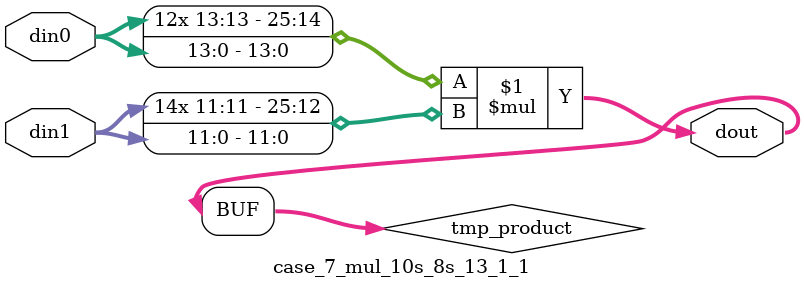
<source format=v>

`timescale 1 ns / 1 ps

 module case_7_mul_10s_8s_13_1_1(din0, din1, dout);
parameter ID = 1;
parameter NUM_STAGE = 0;
parameter din0_WIDTH = 14;
parameter din1_WIDTH = 12;
parameter dout_WIDTH = 26;

input [din0_WIDTH - 1 : 0] din0; 
input [din1_WIDTH - 1 : 0] din1; 
output [dout_WIDTH - 1 : 0] dout;

wire signed [dout_WIDTH - 1 : 0] tmp_product;



























assign tmp_product = $signed(din0) * $signed(din1);








assign dout = tmp_product;





















endmodule

</source>
